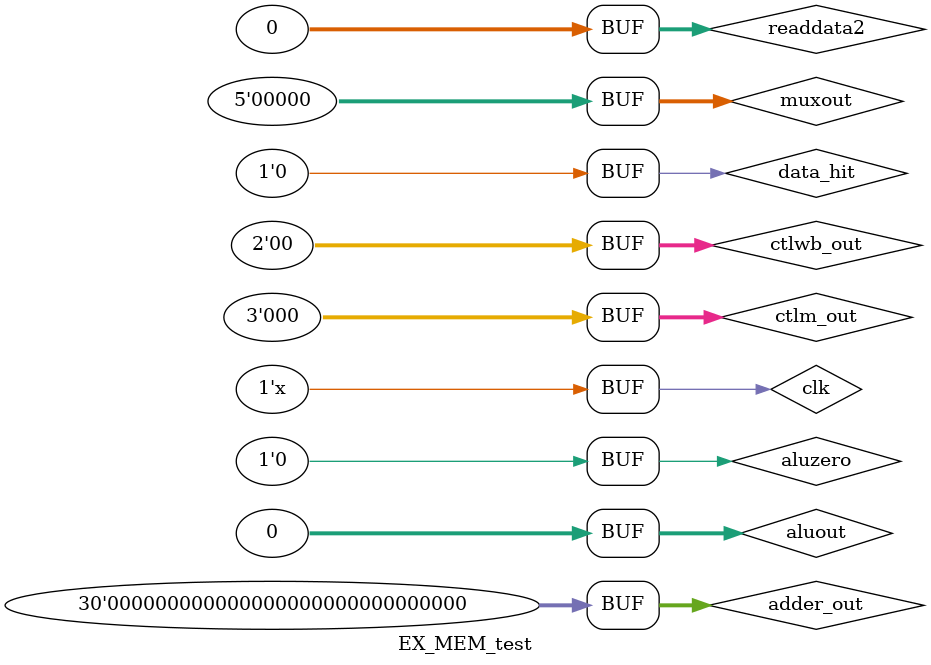
<source format=v>
`timescale 1ns / 1ps


module EX_MEM_test;

	// Inputs
	reg clk;
	reg data_hit;
	reg [1:0] ctlwb_out;
	reg [2:0] ctlm_out;
	reg [29:0] adder_out;
	reg aluzero;
	reg [31:0] aluout;
	reg [31:0] readdata2;
	reg [4:0] muxout;

	// Outputs
	wire [1:0] wb_ctlout;
	wire [2:0] m_ctlout;
	wire [29:0] add_result;
	wire zero;
	wire [31:0] alu_result;
	wire [31:0] rdata2out;
	wire [4:0] five_bit_muxout;

	// Instantiate the Unit Under Test (UUT)
	EX_MEM uut (
		.clk(clk), 
		.data_hit(data_hit), 
		.ctlwb_out(ctlwb_out), 
		.ctlm_out(ctlm_out), 
		.adder_out(adder_out), 
		.aluzero(aluzero), 
		.aluout(aluout), 
		.readdata2(readdata2), 
		.muxout(muxout), 
		.wb_ctlout(wb_ctlout), 
		.m_ctlout(m_ctlout), 
		.add_result(add_result), 
		.zero(zero), 
		.alu_result(alu_result), 
		.rdata2out(rdata2out), 
		.five_bit_muxout(five_bit_muxout)
	);

	initial begin
		// Initialize Inputs
		clk = 0;
		data_hit = 1;
		ctlwb_out = 2;
		ctlm_out = 4;
		adder_out = 3;
		aluzero = 1;
		aluout = 10;
		readdata2 = 10;
		muxout = 10;

		// Wait 100 ns for global reset to finish
		#100;
		clk = 0;
		data_hit = 0;
		ctlwb_out = 0;
		ctlm_out = 0;
		adder_out = 0;
		aluzero = 0;
		aluout = 0;
		readdata2 = 0;
		muxout = 0;
        
		// Add stimulus here

	end
	always
	begin
		#50
		clk = ~clk;
	end
      
endmodule


</source>
